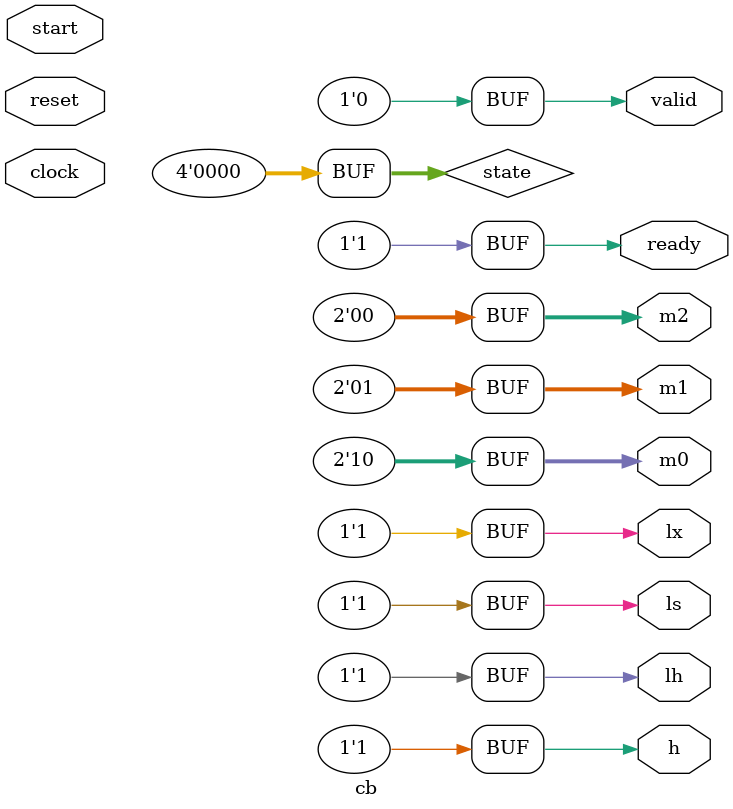
<source format=v>
module cb
(
    input clock,
          start,
          reset,
    output [1:0] m0, // controle do mux0
                 m1, // controle do mux1
                 m2, // controle do mux2
    output h, // controle de qual operação deve ser feita no ciclo atual
           lx, // enable do Reg_X
           ls, // controle do Reg_S
           lh, // controle do Reg_H
           ready, // sinal para se está pronto para começar (estado A)
           valid // sinal para se terminou o cálculo
);

reg [3:0] state;

assign h = ~state[2] | (~state[1] & ~state[0]);
assign lx = ~state[2] & ~state[1];
assign ls = ~state[2] | (~state[1] & state[0]) | (state[1] & ~state[0]);
assign lh = 1;
assign m0[1] = ~state[0] | (state[2] & state[1]);
assign m0[0] = state[1];
assign m1[1] = state[0];
assign m1[0] = ~state[2] | (~state[1] & ~state[0]);
assign m2[1] = (~state[1] & state[0]) | (state[2] & state[1]);
assign m2[0] = state[0] | state[2];
assign ready = (~state[2] & ~state[1]) & ~state[0];
assign valid = (state[3] & ~state[2]) & (~state[1] & ~state[0]);

always @(reset)
begin
    state = 0;
end

always @(posedge clock)
begin
    // vergonha dessa parte do código, talvez depois eu volte nisso e corrija
    if(state > 8)
        state = 0;

    else if(state != 0 || (state == 0 && start))
        state = state + 1;
end

endmodule
</source>
